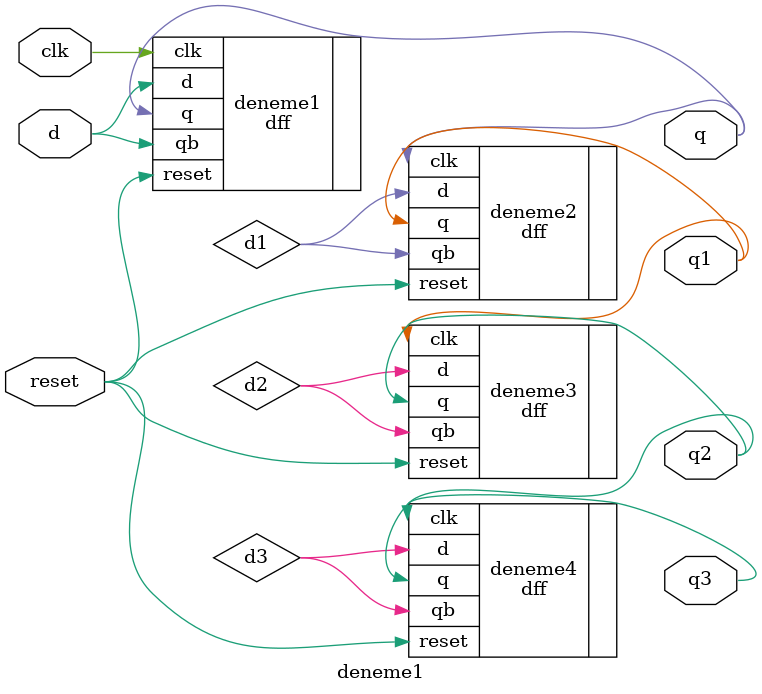
<source format=v>
`timescale 1ns / 1ps
module deneme1(
input clk,reset,d,
output q,q3,q1,q2
);
wire d1,d2,d3;

dff deneme1(.clk(clk),.reset(reset),.d(d),.qb(d),.q(q));
dff deneme2(.clk(q),.reset(reset),.d(d1),.qb(d1),.q(q1));
dff deneme3(.clk(q1),.reset(reset),.d(d2),.qb(d2),.q(q2));
dff deneme4(.clk(q2),.reset(reset),.d(d3),.qb(d3),.q(q3));

endmodule















</source>
